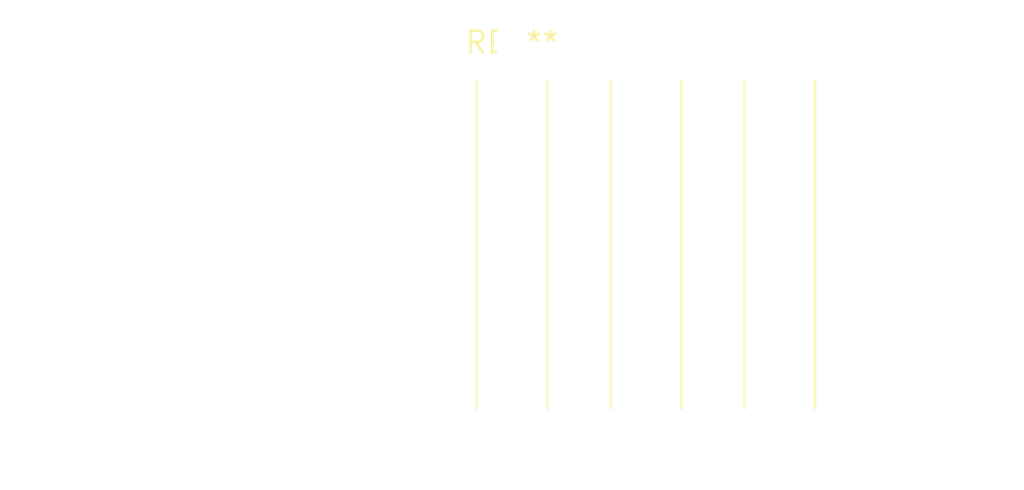
<source format=kicad_pcb>
(kicad_pcb (version 20240108) (generator pcbnew)
  (layers (0 "F.Cu" signal) (31 "B.Cu" signal) (34 "B.Paste" user) (35 "F.Paste" user) (36 "B.SilkS" user "B.Silkscreen") (37 "F.SilkS" user "F.Silkscreen") (38 "B.Mask" user) (39 "F.Mask" user) (44 "Edge.Cuts" user))
  (net 0 "")
  (footprint "SolderWire-1.5sqmm_1x03_P7.8mm_D1.7mm_OD3.9mm_Relief" (layer "F.Cu") (at 0 0)
    (property "Reference" "REF**")
    (property "Value" "SolderWire-1.5sqmm_1x03_P7.8mm_D1.7mm_OD3.9mm_Relief")
    (fp_line (start -2.06 2.21) (end -2.06 21.34) (layer "F.SilkS") (stroke (width 0.12)))
    (fp_line (start 2.06 2.21) (end 2.06 21.34) (layer "F.SilkS") (stroke (width 0.12)))
    (fp_line (start 5.74 2.21) (end 5.74 21.34) (layer "F.SilkS") (stroke (width 0.12)))
    (fp_line (start 9.86 2.21) (end 9.86 21.34) (layer "F.SilkS") (stroke (width 0.12)))
    (fp_line (start 13.54 2.21) (end 13.54 21.34) (layer "F.SilkS") (stroke (width 0.12)))
    (fp_line (start 17.66 2.21) (end 17.66 21.34) (layer "F.SilkS") (stroke (width 0.12)))
    (pad "" np_thru_hole circle (at 0 23.4) (size 4.4 4.4) (drill 4.4) (layers *.Cu *.Mask))
    (pad "" np_thru_hole circle (at 7.8 23.4) (size 4.4 4.4) (drill 4.4) (layers *.Cu *.Mask))
    (pad "" np_thru_hole circle (at 15.6 23.4) (size 4.4 4.4) (drill 4.4) (layers *.Cu *.Mask))
    (pad "1" thru_hole roundrect (at 0 0) (size 3.9 3.9) (drill 2.1) (layers *.Cu *.Mask) (remove_unused_layers) (roundrect_rratio 0.064103))
    (pad "2" thru_hole circle (at 7.8 0) (size 3.9 3.9) (drill 2.1) (layers *.Cu *.Mask) (remove_unused_layers))
    (pad "3" thru_hole circle (at 15.6 0) (size 3.9 3.9) (drill 2.1) (layers *.Cu *.Mask) (remove_unused_layers))
  )
)
</source>
